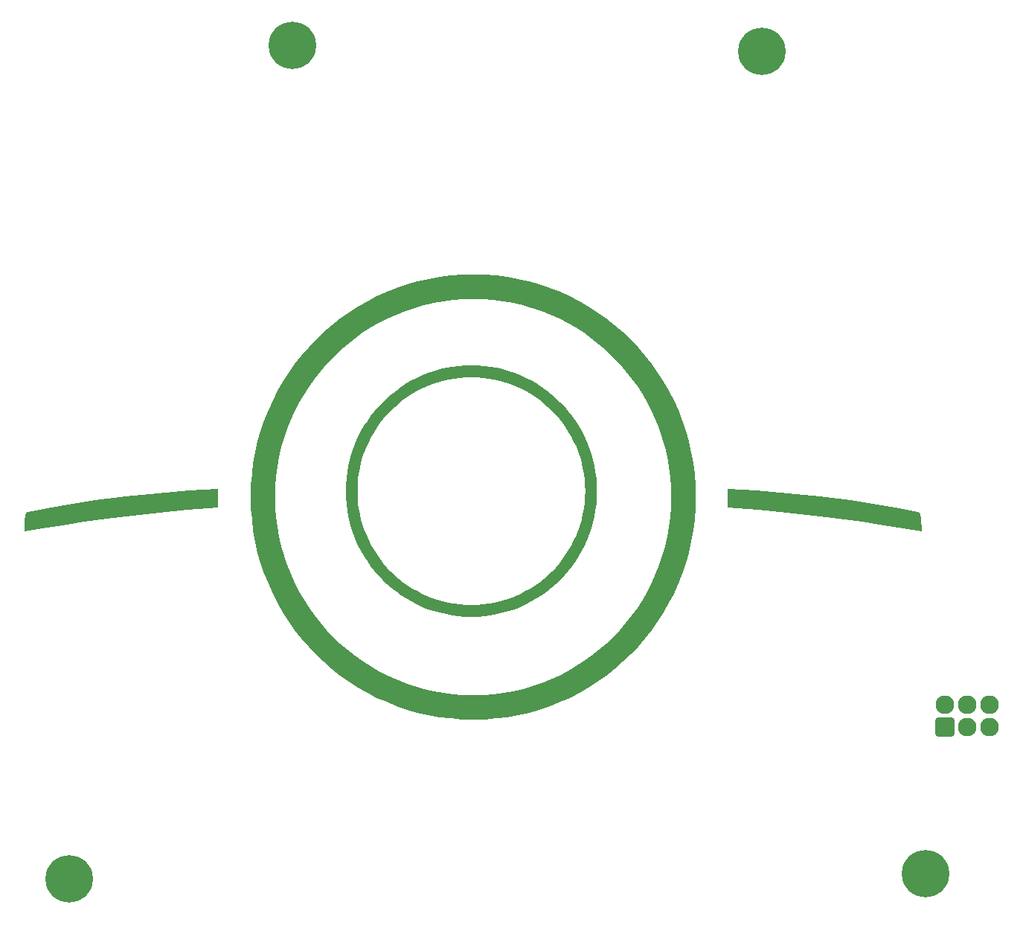
<source format=gbr>
%TF.GenerationSoftware,KiCad,Pcbnew,9.0.3*%
%TF.CreationDate,2026-01-04T11:16:32-06:00*%
%TF.ProjectId,CC14_Outer,43433134-5f4f-4757-9465-722e6b696361,v1*%
%TF.SameCoordinates,Original*%
%TF.FileFunction,Soldermask,Bot*%
%TF.FilePolarity,Negative*%
%FSLAX46Y46*%
G04 Gerber Fmt 4.6, Leading zero omitted, Abs format (unit mm)*
G04 Created by KiCad (PCBNEW 9.0.3) date 2026-01-04 11:16:32*
%MOMM*%
%LPD*%
G01*
G04 APERTURE LIST*
G04 Aperture macros list*
%AMRoundRect*
0 Rectangle with rounded corners*
0 $1 Rounding radius*
0 $2 $3 $4 $5 $6 $7 $8 $9 X,Y pos of 4 corners*
0 Add a 4 corners polygon primitive as box body*
4,1,4,$2,$3,$4,$5,$6,$7,$8,$9,$2,$3,0*
0 Add four circle primitives for the rounded corners*
1,1,$1+$1,$2,$3*
1,1,$1+$1,$4,$5*
1,1,$1+$1,$6,$7*
1,1,$1+$1,$8,$9*
0 Add four rect primitives between the rounded corners*
20,1,$1+$1,$2,$3,$4,$5,0*
20,1,$1+$1,$4,$5,$6,$7,0*
20,1,$1+$1,$6,$7,$8,$9,0*
20,1,$1+$1,$8,$9,$2,$3,0*%
G04 Aperture macros list end*
%ADD10C,0.000000*%
%ADD11C,5.400000*%
%ADD12O,2.127200X2.127200*%
%ADD13RoundRect,0.200000X-0.863600X0.863600X-0.863600X-0.863600X0.863600X-0.863600X0.863600X0.863600X0*%
%ADD14C,2.127200*%
G04 APERTURE END LIST*
D10*
G36*
X96670008Y-101384050D02*
G01*
X97396082Y-101439261D01*
X98111600Y-101530181D01*
X98815663Y-101655913D01*
X99507371Y-101815557D01*
X100185828Y-102008215D01*
X100850135Y-102232990D01*
X101499393Y-102488982D01*
X102132705Y-102775294D01*
X102749171Y-103091027D01*
X103347894Y-103435282D01*
X103927975Y-103807162D01*
X104488516Y-104205767D01*
X105028619Y-104630201D01*
X105547385Y-105079563D01*
X106043916Y-105552957D01*
X106517314Y-106049483D01*
X106966680Y-106568244D01*
X107391117Y-107108341D01*
X107789725Y-107668875D01*
X108161607Y-108248949D01*
X108505865Y-108847664D01*
X108821599Y-109464121D01*
X109107912Y-110097422D01*
X109363905Y-110746670D01*
X109588680Y-111410965D01*
X109781340Y-112089410D01*
X109940984Y-112781105D01*
X110066716Y-113485153D01*
X110157636Y-114200656D01*
X110212847Y-114926714D01*
X110231451Y-115662430D01*
X110212847Y-116398163D01*
X110157636Y-117124238D01*
X110066716Y-117839756D01*
X109940984Y-118543819D01*
X109781340Y-119235528D01*
X109588680Y-119913986D01*
X109363905Y-120578293D01*
X109107912Y-121227552D01*
X108821599Y-121860864D01*
X108505865Y-122477330D01*
X108161607Y-123076054D01*
X107789725Y-123656136D01*
X107391117Y-124216678D01*
X106966680Y-124756781D01*
X106517314Y-125275548D01*
X106043916Y-125772080D01*
X105547385Y-126245479D01*
X105028619Y-126694846D01*
X104488516Y-127119284D01*
X103927975Y-127517893D01*
X103347894Y-127889776D01*
X102749171Y-128234034D01*
X102132705Y-128549769D01*
X101499393Y-128836082D01*
X100850135Y-129092076D01*
X100185828Y-129316852D01*
X99507371Y-129509511D01*
X98815663Y-129669156D01*
X98111600Y-129794888D01*
X97396082Y-129885809D01*
X96670008Y-129941020D01*
X95934274Y-129959624D01*
X95198542Y-129941020D01*
X94472467Y-129885809D01*
X93756950Y-129794888D01*
X93052888Y-129669156D01*
X92361179Y-129509511D01*
X91682723Y-129316852D01*
X91018416Y-129092076D01*
X90369158Y-128836082D01*
X89735846Y-128549769D01*
X89119380Y-128234034D01*
X88520656Y-127889776D01*
X87940575Y-127517893D01*
X87380033Y-127119284D01*
X86839930Y-126694846D01*
X86321163Y-126245479D01*
X85824632Y-125772080D01*
X85351233Y-125275548D01*
X84901866Y-124756781D01*
X84477429Y-124216678D01*
X84078819Y-123656136D01*
X83706937Y-123076054D01*
X83362679Y-122477330D01*
X83046944Y-121860864D01*
X82760630Y-121227552D01*
X82504637Y-120578293D01*
X82279861Y-119913986D01*
X82087201Y-119235528D01*
X81927556Y-118543819D01*
X81801824Y-117839756D01*
X81710904Y-117124238D01*
X81655692Y-116398163D01*
X81637089Y-115662430D01*
X82980139Y-115662430D01*
X82996995Y-116329043D01*
X83047020Y-116986906D01*
X83129401Y-117635204D01*
X83243323Y-118273124D01*
X83387973Y-118899852D01*
X83562536Y-119514573D01*
X83766199Y-120116474D01*
X83998147Y-120704741D01*
X84257567Y-121278560D01*
X84543644Y-121837116D01*
X84855565Y-122379596D01*
X85192516Y-122905186D01*
X85553683Y-123413072D01*
X85938251Y-123902440D01*
X86345408Y-124372476D01*
X86774338Y-124822366D01*
X87224228Y-125251297D01*
X87694264Y-125658453D01*
X88183632Y-126043021D01*
X88691518Y-126404188D01*
X89217108Y-126741139D01*
X89759588Y-127053060D01*
X90318144Y-127339137D01*
X90891963Y-127598557D01*
X91480230Y-127830505D01*
X92082131Y-128034168D01*
X92696852Y-128208731D01*
X93323580Y-128353381D01*
X93961500Y-128467303D01*
X94609798Y-128549684D01*
X95267661Y-128599709D01*
X95934274Y-128616565D01*
X96600888Y-128599709D01*
X97258750Y-128549684D01*
X97907049Y-128467303D01*
X98544969Y-128353381D01*
X99171697Y-128208731D01*
X99786418Y-128034168D01*
X100388319Y-127830505D01*
X100976586Y-127598557D01*
X101550404Y-127339137D01*
X102108960Y-127053060D01*
X102651441Y-126741139D01*
X103177031Y-126404188D01*
X103684917Y-126043021D01*
X104174285Y-125658453D01*
X104644321Y-125251297D01*
X105094211Y-124822366D01*
X105523141Y-124372476D01*
X105930297Y-123902440D01*
X106314866Y-123413072D01*
X106676032Y-122905186D01*
X107012983Y-122379596D01*
X107324904Y-121837116D01*
X107610982Y-121278560D01*
X107870402Y-120704741D01*
X108102350Y-120116474D01*
X108306013Y-119514573D01*
X108480576Y-118899852D01*
X108625225Y-118273124D01*
X108739147Y-117635204D01*
X108821528Y-116986906D01*
X108871553Y-116329043D01*
X108888409Y-115662430D01*
X108871553Y-114995819D01*
X108821528Y-114337959D01*
X108739147Y-113689664D01*
X108625225Y-113051749D01*
X108480576Y-112425026D01*
X108306013Y-111810311D01*
X108102350Y-111208416D01*
X107870402Y-110620156D01*
X107610982Y-110046345D01*
X107324904Y-109487796D01*
X107012983Y-108945324D01*
X106676032Y-108419742D01*
X106314866Y-107911865D01*
X105930297Y-107422505D01*
X105523141Y-106952478D01*
X105094211Y-106502596D01*
X104644321Y-106073675D01*
X104174285Y-105666527D01*
X103684917Y-105281967D01*
X103177031Y-104920808D01*
X102651441Y-104583865D01*
X102108960Y-104271951D01*
X101550404Y-103985881D01*
X100976586Y-103726468D01*
X100388319Y-103494526D01*
X99786418Y-103290868D01*
X99171697Y-103116310D01*
X98544969Y-102971664D01*
X97907049Y-102857745D01*
X97258750Y-102775367D01*
X96600888Y-102725343D01*
X95934274Y-102708488D01*
X95267661Y-102725343D01*
X94609798Y-102775367D01*
X93961500Y-102857745D01*
X93323580Y-102971664D01*
X92696852Y-103116310D01*
X92082131Y-103290868D01*
X91480230Y-103494526D01*
X90891963Y-103726468D01*
X90318144Y-103985881D01*
X89759588Y-104271951D01*
X89217108Y-104583865D01*
X88691518Y-104920808D01*
X88183632Y-105281967D01*
X87694264Y-105666527D01*
X87224228Y-106073675D01*
X86774338Y-106502596D01*
X86345408Y-106952478D01*
X85938251Y-107422505D01*
X85553683Y-107911865D01*
X85192516Y-108419742D01*
X84855565Y-108945324D01*
X84543644Y-109487796D01*
X84257567Y-110046345D01*
X83998147Y-110620156D01*
X83766199Y-111208416D01*
X83562536Y-111810311D01*
X83387973Y-112425026D01*
X83243323Y-113051749D01*
X83129401Y-113689664D01*
X83047020Y-114337959D01*
X82996995Y-114995819D01*
X82980139Y-115662430D01*
X81637089Y-115662430D01*
X81655692Y-114926714D01*
X81710904Y-114200656D01*
X81801824Y-113485153D01*
X81927556Y-112781105D01*
X82087201Y-112089410D01*
X82279861Y-111410965D01*
X82504637Y-110746670D01*
X82760630Y-110097422D01*
X83046944Y-109464121D01*
X83362679Y-108847664D01*
X83706937Y-108248949D01*
X84078819Y-107668875D01*
X84477429Y-107108341D01*
X84901866Y-106568244D01*
X85351233Y-106049483D01*
X85824632Y-105552957D01*
X86321163Y-105079563D01*
X86839930Y-104630201D01*
X87380033Y-104205767D01*
X87940575Y-103807162D01*
X88520656Y-103435282D01*
X89119380Y-103091027D01*
X89735846Y-102775294D01*
X90369158Y-102488982D01*
X91018416Y-102232990D01*
X91682723Y-102008215D01*
X92361179Y-101815557D01*
X93052888Y-101655913D01*
X93756950Y-101530181D01*
X94472467Y-101439261D01*
X95198542Y-101384050D01*
X95934274Y-101365446D01*
X96670008Y-101384050D01*
G37*
G36*
X128424389Y-115575098D02*
G01*
X131990762Y-115885485D01*
X135612277Y-116280268D01*
X139072479Y-116720555D01*
X142154913Y-117167450D01*
X144643123Y-117582059D01*
X146320655Y-117925487D01*
X146787773Y-118058354D01*
X146971052Y-118158840D01*
X146999560Y-118240844D01*
X147025337Y-118333372D01*
X147048502Y-118435557D01*
X147069175Y-118546534D01*
X147087476Y-118665438D01*
X147103526Y-118791403D01*
X147129351Y-119061053D01*
X147147609Y-119348559D01*
X147159261Y-119646998D01*
X147165266Y-119949443D01*
X147166585Y-120248971D01*
X145110547Y-119895939D01*
X142855818Y-119536647D01*
X140401483Y-119175747D01*
X137746630Y-118817893D01*
X134890344Y-118467739D01*
X131831711Y-118129936D01*
X128569818Y-117809139D01*
X125103750Y-117510000D01*
X125129615Y-115388003D01*
X128424389Y-115575098D01*
G37*
G36*
X67130000Y-117510000D02*
G01*
X63663932Y-117809139D01*
X60402038Y-118129936D01*
X57343406Y-118467739D01*
X54487119Y-118817893D01*
X51832266Y-119175747D01*
X49377932Y-119536647D01*
X47123203Y-119895939D01*
X45067165Y-120248971D01*
X45068484Y-119949443D01*
X45074489Y-119646998D01*
X45086140Y-119348559D01*
X45104398Y-119061053D01*
X45130223Y-118791403D01*
X45146273Y-118665438D01*
X45164574Y-118546534D01*
X45185248Y-118435557D01*
X45208413Y-118333372D01*
X45234189Y-118240844D01*
X45262698Y-118158840D01*
X45445976Y-118058354D01*
X45913095Y-117925487D01*
X47590626Y-117582059D01*
X50078837Y-117167450D01*
X53161271Y-116720555D01*
X56621473Y-116280268D01*
X60242987Y-115885485D01*
X63809360Y-115575098D01*
X67104134Y-115388003D01*
X67130000Y-117510000D01*
G37*
G36*
X97458114Y-91040892D02*
G01*
X98744341Y-91138698D01*
X100011867Y-91299764D01*
X101259101Y-91522498D01*
X102484452Y-91805309D01*
X103686328Y-92146604D01*
X104863137Y-92544794D01*
X106013289Y-92998287D01*
X107135192Y-93505490D01*
X108227254Y-94064814D01*
X109287885Y-94674667D01*
X110315492Y-95333456D01*
X111308485Y-96039592D01*
X112265272Y-96791482D01*
X113184262Y-97587535D01*
X114063863Y-98426161D01*
X114902485Y-99305767D01*
X115698534Y-100224762D01*
X116450421Y-101181555D01*
X117156554Y-102174555D01*
X117815341Y-103202170D01*
X118425192Y-104262809D01*
X118984514Y-105354880D01*
X119491717Y-106476793D01*
X119945208Y-107626955D01*
X120343397Y-108803776D01*
X120684692Y-110005664D01*
X120967502Y-111231028D01*
X121190236Y-112478277D01*
X121351302Y-113745818D01*
X121449108Y-115032062D01*
X121482064Y-116335416D01*
X121449108Y-117638752D01*
X121351302Y-118924979D01*
X121190236Y-120192505D01*
X120967502Y-121439740D01*
X120684692Y-122665090D01*
X120343397Y-123866966D01*
X119945208Y-125043775D01*
X119491717Y-126193927D01*
X118984514Y-127315830D01*
X118425192Y-128407892D01*
X117815341Y-129468523D01*
X117156554Y-130496131D01*
X116450421Y-131489124D01*
X115698534Y-132445911D01*
X114902485Y-133364900D01*
X114063863Y-134244502D01*
X113184262Y-135083123D01*
X112265272Y-135879173D01*
X111308485Y-136631059D01*
X110315492Y-137337192D01*
X109287885Y-137995980D01*
X108227254Y-138605830D01*
X107135192Y-139165152D01*
X106013289Y-139672355D01*
X104863137Y-140125846D01*
X103686328Y-140524035D01*
X102484452Y-140865331D01*
X101259101Y-141148141D01*
X100011867Y-141370874D01*
X98744341Y-141531940D01*
X97458114Y-141629746D01*
X96154778Y-141662702D01*
X94851440Y-141629746D01*
X93565213Y-141531940D01*
X92297686Y-141370874D01*
X91050451Y-141148141D01*
X89825100Y-140865331D01*
X88623224Y-140524035D01*
X87446414Y-140125846D01*
X86296262Y-139672355D01*
X85174359Y-139165152D01*
X84082297Y-138605830D01*
X83021666Y-137995980D01*
X81994059Y-137337192D01*
X81001066Y-136631059D01*
X80044279Y-135879173D01*
X79125289Y-135083123D01*
X78245688Y-134244502D01*
X77407067Y-133364900D01*
X76611018Y-132445911D01*
X75859131Y-131489124D01*
X75152999Y-130496131D01*
X74494212Y-129468523D01*
X73884361Y-128407892D01*
X73325039Y-127315830D01*
X72817837Y-126193927D01*
X72364346Y-125043775D01*
X71966157Y-123866966D01*
X71624862Y-122665090D01*
X71342052Y-121439740D01*
X71119319Y-120192505D01*
X70958253Y-118924979D01*
X70860447Y-117638752D01*
X70827491Y-116335416D01*
X70827491Y-116335398D01*
X73627571Y-116335398D01*
X73656884Y-117494643D01*
X73743877Y-118638671D01*
X73887136Y-119766065D01*
X74085246Y-120875410D01*
X74336790Y-121965292D01*
X74640353Y-123034293D01*
X74994521Y-124081000D01*
X75397876Y-125103996D01*
X75849005Y-126101866D01*
X76346491Y-127073195D01*
X76888920Y-128016567D01*
X77474875Y-128930567D01*
X78102941Y-129813779D01*
X78771703Y-130664788D01*
X79479745Y-131482178D01*
X80225652Y-132264535D01*
X81008008Y-133010442D01*
X81825399Y-133718484D01*
X82676407Y-134387246D01*
X83559619Y-135015312D01*
X84473619Y-135601266D01*
X85416990Y-136143695D01*
X86388319Y-136641181D01*
X87386188Y-137092309D01*
X88409184Y-137495665D01*
X89455890Y-137849832D01*
X90524891Y-138153395D01*
X91614771Y-138404939D01*
X92724115Y-138603048D01*
X93851508Y-138746307D01*
X94995534Y-138833301D01*
X96154778Y-138862613D01*
X97314022Y-138833301D01*
X98458049Y-138746307D01*
X99585445Y-138603048D01*
X100694792Y-138404939D01*
X101784677Y-138153395D01*
X102853682Y-137849832D01*
X103900394Y-137495665D01*
X104923395Y-137092309D01*
X105921272Y-136641181D01*
X106892607Y-136143695D01*
X107835987Y-135601267D01*
X108749994Y-135015313D01*
X109633214Y-134387247D01*
X110484231Y-133718485D01*
X111301630Y-133010444D01*
X112083995Y-132264537D01*
X112829911Y-131482181D01*
X113537962Y-130664791D01*
X114206732Y-129813783D01*
X114834806Y-128930571D01*
X115420769Y-128016572D01*
X115963205Y-127073201D01*
X116460699Y-126101873D01*
X116911834Y-125104003D01*
X117315196Y-124081008D01*
X117669369Y-123034303D01*
X117972937Y-121965302D01*
X118224486Y-120875422D01*
X118422598Y-119766078D01*
X118565860Y-118638685D01*
X118652855Y-117494659D01*
X118682168Y-116335416D01*
X118652855Y-115176154D01*
X118565860Y-114032112D01*
X118422598Y-112904704D01*
X118224486Y-111795345D01*
X117972937Y-110705451D01*
X117669369Y-109636438D01*
X117315196Y-108589720D01*
X116911834Y-107566714D01*
X116460699Y-106568834D01*
X115963205Y-105597496D01*
X115420769Y-104654116D01*
X114834806Y-103740109D01*
X114206732Y-102856890D01*
X113537962Y-102005874D01*
X112829911Y-101188478D01*
X112083995Y-100406117D01*
X111301630Y-99660205D01*
X110484231Y-98952159D01*
X109633214Y-98283393D01*
X108749994Y-97655324D01*
X107835987Y-97069366D01*
X106892607Y-96526936D01*
X105921272Y-96029447D01*
X104923395Y-95578317D01*
X103900394Y-95174960D01*
X102853682Y-94820792D01*
X101784677Y-94517228D01*
X100694792Y-94265683D01*
X99585445Y-94067573D01*
X98458049Y-93924314D01*
X97314022Y-93837320D01*
X96154778Y-93808008D01*
X94995534Y-93837320D01*
X93851508Y-93924314D01*
X92724115Y-94067573D01*
X91614771Y-94265683D01*
X90524891Y-94517228D01*
X89455890Y-94820792D01*
X88409184Y-95174960D01*
X87386188Y-95578317D01*
X86388319Y-96029447D01*
X85416990Y-96526935D01*
X84473619Y-97069366D01*
X83559619Y-97655323D01*
X82676407Y-98283392D01*
X81825399Y-98952157D01*
X81008008Y-99660203D01*
X80225652Y-100406114D01*
X79479745Y-101188476D01*
X78771703Y-102005871D01*
X78102941Y-102856886D01*
X77474875Y-103740104D01*
X76888920Y-104654111D01*
X76346491Y-105597491D01*
X75849005Y-106568827D01*
X75397876Y-107566706D01*
X74994521Y-108589712D01*
X74640353Y-109636428D01*
X74336790Y-110705441D01*
X74085246Y-111795333D01*
X73887136Y-112904691D01*
X73743877Y-114032097D01*
X73656884Y-115176138D01*
X73627571Y-116335398D01*
X70827491Y-116335398D01*
X70860447Y-115032060D01*
X70958253Y-113745815D01*
X71119319Y-112478273D01*
X71342052Y-111231023D01*
X71624862Y-110005658D01*
X71966157Y-108803769D01*
X72364346Y-107626948D01*
X72817837Y-106476785D01*
X73325039Y-105354872D01*
X73884361Y-104262801D01*
X74494212Y-103202162D01*
X75152999Y-102174547D01*
X75859131Y-101181548D01*
X76611018Y-100224755D01*
X77407067Y-99305760D01*
X78245688Y-98426154D01*
X79125289Y-97587529D01*
X80044279Y-96791476D01*
X81001066Y-96039587D01*
X81994059Y-95333452D01*
X83021666Y-94674662D01*
X84082297Y-94064811D01*
X85174359Y-93505487D01*
X86296262Y-92998284D01*
X87446414Y-92544792D01*
X88623224Y-92146603D01*
X89825100Y-91805307D01*
X91050451Y-91522497D01*
X92297686Y-91299764D01*
X93565213Y-91138698D01*
X94851440Y-91040892D01*
X96154778Y-91007936D01*
X97458114Y-91040892D01*
G37*
D11*
%TO.C,*%
X128964360Y-65598400D03*
%TD*%
D12*
%TO.C,X1*%
X149820200Y-139958400D03*
D13*
X149820200Y-142498400D03*
D12*
X152360200Y-139958400D03*
X152360200Y-142498400D03*
D14*
X154900200Y-139958400D03*
X154900200Y-142498400D03*
%TD*%
D11*
%TO.C,*%
X50194360Y-159823400D03*
%TD*%
%TO.C,REF\u002A\u002A*%
X75594360Y-64968401D03*
%TD*%
%TO.C,REF\u002A\u002A*%
X147605000Y-159153484D03*
%TD*%
M02*

</source>
